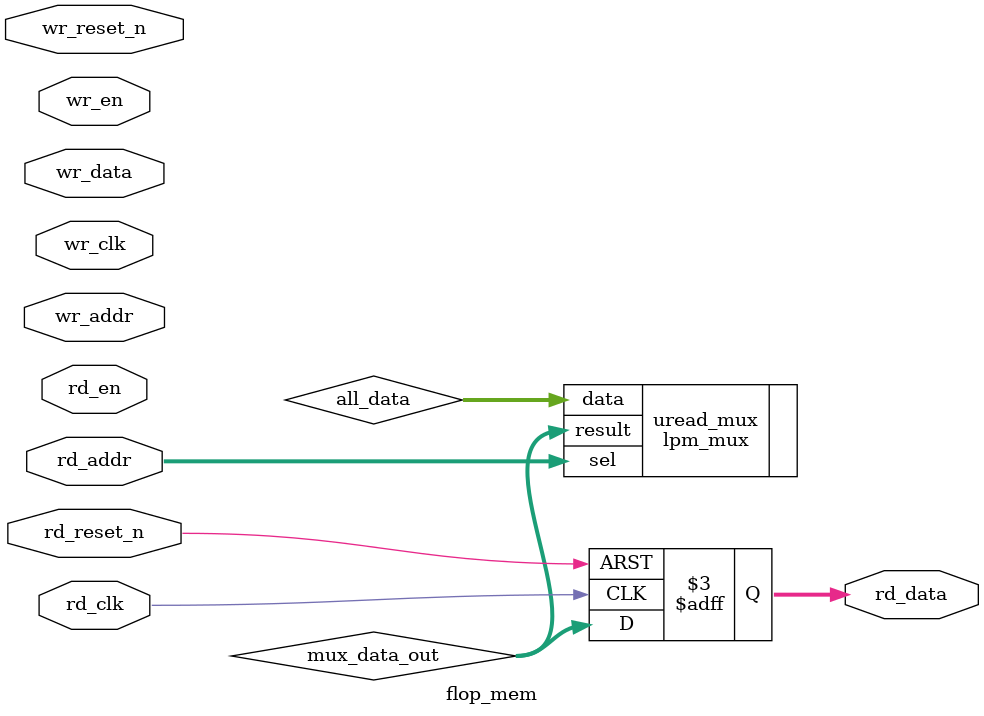
<source format=v>



`timescale 1 ps / 1 ps

(* altera_attribute = "-name ALLOW_SYNCH_CTRL_USAGE ON;-name AUTO_CLOCK_ENABLE_RECOGNITION ON" *)
module flop_mem(
	wr_reset_n,
	wr_clk,
	wr_en,
	wr_addr,
	wr_data,
	rd_reset_n,
	rd_clk,
	rd_en,
	rd_addr,
	rd_data
);

parameter WRITE_MEM_DEPTH	= "";
parameter WRITE_ADDR_WIDTH	= "";
parameter WRITE_DATA_WIDTH	= "";
parameter READ_MEM_DEPTH	= "";
parameter READ_ADDR_WIDTH	= "";		 
parameter READ_DATA_WIDTH	= "";


input	wr_reset_n;
input	wr_clk;
input	wr_en;
input	[WRITE_ADDR_WIDTH-1:0] wr_addr;
input	[WRITE_DATA_WIDTH-1:0] wr_data;
input	rd_reset_n;
input	rd_clk;
input	rd_en;
input	[READ_ADDR_WIDTH-1:0] rd_addr;
output	[READ_DATA_WIDTH-1:0] rd_data;



wire	[WRITE_DATA_WIDTH*WRITE_MEM_DEPTH-1:0] all_data;
wire	[READ_DATA_WIDTH-1:0] mux_data_out;



// declare a memory with WRITE_MEM_DEPTH entries
// each entry contains a data size of WRITE_DATA_WIDTH
reg	[WRITE_DATA_WIDTH-1:0] data_stored [0:WRITE_MEM_DEPTH-1] /* synthesis syn_preserve = 1 */;
reg	[READ_DATA_WIDTH-1:0] rd_data;

generate
genvar entry;
	for (entry=0; entry < WRITE_MEM_DEPTH; entry=entry+1)
	begin: mem_location
		assign all_data[(WRITE_DATA_WIDTH*(entry+1)-1) : (WRITE_DATA_WIDTH*entry)] = data_stored[entry]; 
		
		always @(posedge wr_clk or negedge wr_reset_n)
		begin
			if (~wr_reset_n) begin
				data_stored[entry] <= {WRITE_DATA_WIDTH{1'b0}};
			end else begin
				if (wr_en) begin
					if (entry == wr_addr) begin
						data_stored[entry] <= wr_data;
					end
				end
			end
		end		
	end
endgenerate

// mux to select the correct output data based on read address
lpm_mux	uread_mux(
	.sel (rd_addr),
	.data (all_data),
	.result (mux_data_out)
	// synopsys translate_off
	,
	.aclr (),
	.clken (),
	.clock ()
	// synopsys translate_on
	);
 defparam uread_mux.lpm_size = READ_MEM_DEPTH;
 defparam uread_mux.lpm_type = "LPM_MUX";
 defparam uread_mux.lpm_width = READ_DATA_WIDTH;
 defparam uread_mux.lpm_widths = READ_ADDR_WIDTH;

always @(posedge rd_clk or negedge rd_reset_n)	
begin
	if (~rd_reset_n) begin
		rd_data <= {READ_DATA_WIDTH{1'b0}};
	end else begin
		rd_data <= mux_data_out;
	end
end

endmodule

</source>
